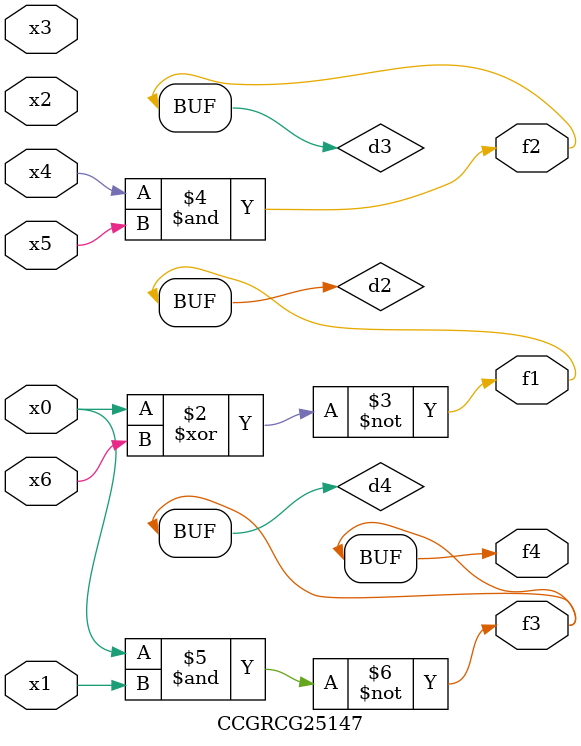
<source format=v>
module CCGRCG25147(
	input x0, x1, x2, x3, x4, x5, x6,
	output f1, f2, f3, f4
);

	wire d1, d2, d3, d4;

	nor (d1, x0);
	xnor (d2, x0, x6);
	and (d3, x4, x5);
	nand (d4, x0, x1);
	assign f1 = d2;
	assign f2 = d3;
	assign f3 = d4;
	assign f4 = d4;
endmodule

</source>
